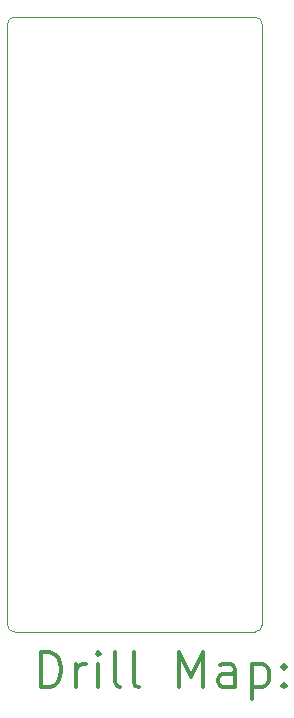
<source format=gbr>
%FSLAX45Y45*%
G04 Gerber Fmt 4.5, Leading zero omitted, Abs format (unit mm)*
G04 Created by KiCad (PCBNEW (5.1.2-1)-1) date 2023-07-30 19:37:54*
%MOMM*%
%LPD*%
G04 APERTURE LIST*
%ADD10C,0.050000*%
%ADD11C,0.200000*%
%ADD12C,0.300000*%
G04 APERTURE END LIST*
D10*
X3746500Y-2222500D02*
G75*
G02X3810000Y-2286000I0J-63500D01*
G01*
X1651000Y-2286000D02*
G75*
G02X1714500Y-2222500I63500J0D01*
G01*
X3810000Y-7366000D02*
G75*
G02X3746500Y-7429500I-63500J0D01*
G01*
X1714500Y-7429500D02*
G75*
G02X1651000Y-7366000I0J63500D01*
G01*
X1651000Y-2286000D02*
X1651000Y-7366000D01*
X3746500Y-2222500D02*
X1714500Y-2222500D01*
X3810000Y-7366000D02*
X3810000Y-2286000D01*
X1714500Y-7429500D02*
X3746500Y-7429500D01*
D11*
D12*
X1934928Y-7897714D02*
X1934928Y-7597714D01*
X2006357Y-7597714D01*
X2049214Y-7612000D01*
X2077786Y-7640571D01*
X2092071Y-7669143D01*
X2106357Y-7726286D01*
X2106357Y-7769143D01*
X2092071Y-7826286D01*
X2077786Y-7854857D01*
X2049214Y-7883429D01*
X2006357Y-7897714D01*
X1934928Y-7897714D01*
X2234928Y-7897714D02*
X2234928Y-7697714D01*
X2234928Y-7754857D02*
X2249214Y-7726286D01*
X2263500Y-7712000D01*
X2292071Y-7697714D01*
X2320643Y-7697714D01*
X2420643Y-7897714D02*
X2420643Y-7697714D01*
X2420643Y-7597714D02*
X2406357Y-7612000D01*
X2420643Y-7626286D01*
X2434928Y-7612000D01*
X2420643Y-7597714D01*
X2420643Y-7626286D01*
X2606357Y-7897714D02*
X2577786Y-7883429D01*
X2563500Y-7854857D01*
X2563500Y-7597714D01*
X2763500Y-7897714D02*
X2734928Y-7883429D01*
X2720643Y-7854857D01*
X2720643Y-7597714D01*
X3106357Y-7897714D02*
X3106357Y-7597714D01*
X3206357Y-7812000D01*
X3306357Y-7597714D01*
X3306357Y-7897714D01*
X3577786Y-7897714D02*
X3577786Y-7740571D01*
X3563500Y-7712000D01*
X3534928Y-7697714D01*
X3477786Y-7697714D01*
X3449214Y-7712000D01*
X3577786Y-7883429D02*
X3549214Y-7897714D01*
X3477786Y-7897714D01*
X3449214Y-7883429D01*
X3434928Y-7854857D01*
X3434928Y-7826286D01*
X3449214Y-7797714D01*
X3477786Y-7783429D01*
X3549214Y-7783429D01*
X3577786Y-7769143D01*
X3720643Y-7697714D02*
X3720643Y-7997714D01*
X3720643Y-7712000D02*
X3749214Y-7697714D01*
X3806357Y-7697714D01*
X3834928Y-7712000D01*
X3849214Y-7726286D01*
X3863500Y-7754857D01*
X3863500Y-7840571D01*
X3849214Y-7869143D01*
X3834928Y-7883429D01*
X3806357Y-7897714D01*
X3749214Y-7897714D01*
X3720643Y-7883429D01*
X3992071Y-7869143D02*
X4006357Y-7883429D01*
X3992071Y-7897714D01*
X3977786Y-7883429D01*
X3992071Y-7869143D01*
X3992071Y-7897714D01*
X3992071Y-7712000D02*
X4006357Y-7726286D01*
X3992071Y-7740571D01*
X3977786Y-7726286D01*
X3992071Y-7712000D01*
X3992071Y-7740571D01*
M02*

</source>
